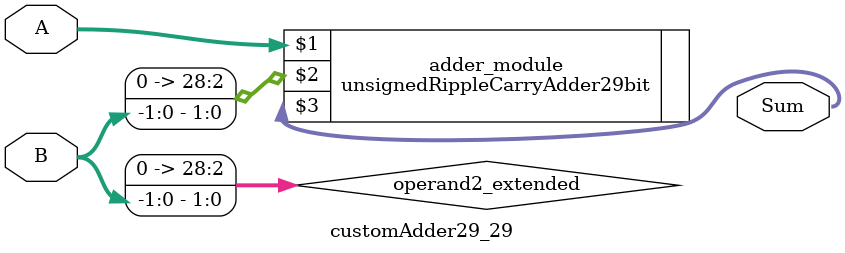
<source format=v>
module customAdder29_29(
                        input [28 : 0] A,
                        input [-1 : 0] B,
                        
                        output [29 : 0] Sum
                );

        wire [28 : 0] operand2_extended;
        
        assign operand2_extended =  {29'b0, B};
        
        unsignedRippleCarryAdder29bit adder_module(
            A,
            operand2_extended,
            Sum
        );
        
        endmodule
        
</source>
